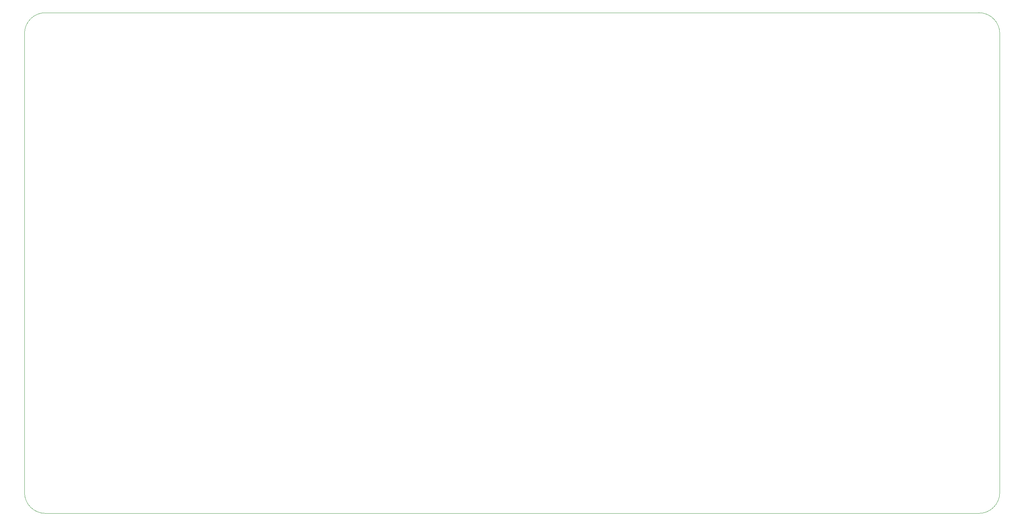
<source format=gm1>
%TF.GenerationSoftware,KiCad,Pcbnew,(6.0.7)*%
%TF.CreationDate,2022-08-14T15:20:51+10:00*%
%TF.ProjectId,Flatbox-rev1_1,466c6174-626f-4782-9d72-6576315f312e,rev?*%
%TF.SameCoordinates,Original*%
%TF.FileFunction,Profile,NP*%
%FSLAX46Y46*%
G04 Gerber Fmt 4.6, Leading zero omitted, Abs format (unit mm)*
G04 Created by KiCad (PCBNEW (6.0.7)) date 2022-08-14 15:20:51*
%MOMM*%
%LPD*%
G01*
G04 APERTURE LIST*
%TA.AperFunction,Profile*%
%ADD10C,0.050000*%
%TD*%
G04 APERTURE END LIST*
D10*
X265087600Y-39978400D02*
X265087600Y-149978400D01*
X260087600Y-154978400D02*
X36403134Y-154978400D01*
X31403134Y-149978400D02*
X31403134Y-39978400D01*
X36403134Y-34978400D02*
X260087600Y-34978400D01*
X31403130Y-149978400D02*
G75*
G03*
X36403134Y-154978400I5000000J0D01*
G01*
X36403134Y-34978404D02*
G75*
G03*
X31403134Y-39978400I-4J-4999996D01*
G01*
X260087600Y-154978400D02*
G75*
G03*
X265087600Y-149978400I0J5000000D01*
G01*
X265087600Y-39978400D02*
G75*
G03*
X260087600Y-34978400I-5000000J0D01*
G01*
M02*

</source>
